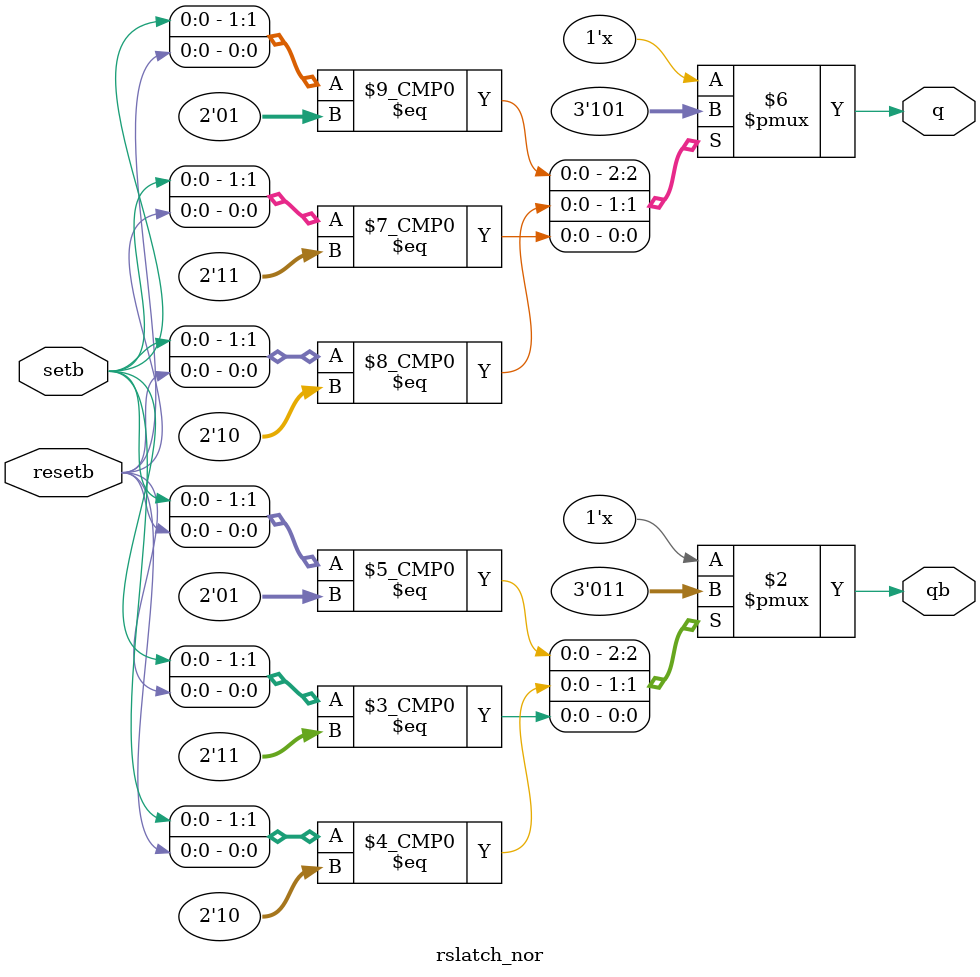
<source format=v>
/****************************************************************

Copyright (c) 2018- Stanford University. All rights reserved.

The information and source code contained herein is the 
property of Stanford University, and may not be disclosed or
reproduced in whole or in part without explicit written 
authorization from Stanford University. Contact bclim@stanford.edu for details.

* Filename   : rslatch_nor.v
* Author     : Byongchan Lim (bclim@stanford.edu)
* Description: NOR-type RS latch.

* Note       :

* Revision   :
  - 7/26/2016: First release

****************************************************************/


module rslatch_nor(
  input setb, resetb,
  output reg q, qb
);

always @(setb or resetb) begin
  case({setb,resetb})
    2'b01: begin
            q  <= 1'b1;
            qb <= 1'b0;
           end
    2'b10: begin
            q  <= 1'b0;
            qb <= 1'b1;
           end
    2'b11: begin
            $display("%t, Forbidden input ('11') for a NOR RS latch", $realtime);
            q  <= 1'b1;
            qb <= 1'b1;
           end
  endcase
end

endmodule


</source>
